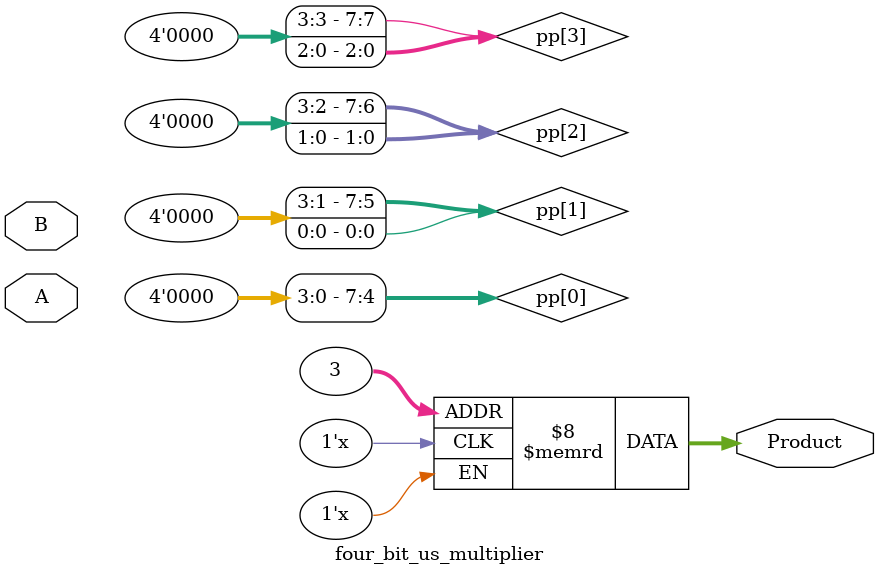
<source format=sv>
module four_bit_us_multiplier(
    input logic [3:0] A,B, //4-bit input. in this case B used as a multiplier.
    output logic [7:0] Product // output of the multiplier
);

//bulding the partial products
logic [7:0] pp [3:0]; //declaration of an array to store partial products(pp)

assign pp[0] = {4'b0, (A & {4{B[0]}})}; //multiply the first bit of the B with A. Also no shift. padded with four '0' after MSB.
assign pp[1] = {3'b0, (A & {4{B[1]}}), 1'b0}; // multiply the second bit of the B with A. shift left by 1 position and padded with one '0'. padded with three '0' after MSB.
assign pp[2] = {2'b0, (A & {4{B[2]}}), 2'b0}; //  multiply the third bit of the B with A. shift left by 2 positions and padded with two '0'. padded with two '0' after MSB
assign pp[3] = {1'b0, (A & {4{B[3]}}), 3'b0}; //  multiply the fourth bit of the B with A. shift left by 3 positions and padded with three '0'. padded with one '0' after MSB


//creating adders to get the final product
logic [7:0] sum_temp [3:0]; //for store the addition of the each adder

//first adder to add pp[0] and pp[1]
eight_bit_adder Adder_inst_0(
    .A(pp[0]),
    .B(pp[1]),
    .Cin(1'b0),
    .Cout(),
    .Sum(sum_temp[0])
);

 //second adder to add pp[2] and pp[3]
eight_bit_adder Adder_inst_1(
    .A(pp[2]),
    .B(pp[3]),
    .Cin(1'b0),
    .Cout(),
    .Sum(sum_temp[1])
);

//third adder to add sum_temp[0] and sum_temp[1]
eight_bit_adder Adder_inst_2(
    .A(sum_temp[0]),
    .B(sum_temp[1]),
    .Cin(1'b0),
    .Cout(),
    .Sum(sum_temp[2])
);

//creating a dummy adder as fourth 8 bit adder
eight_bit_adder Adder_inst_3(
    .A(sum_temp[2]),
    .B(8'b0),
    .Cin(1'b0),
    .Cout(),
    .Sum(sum_temp[3])
);

//output of the dummy adder equals to the final output
assign Product = sum_temp[3];

endmodule
</source>
